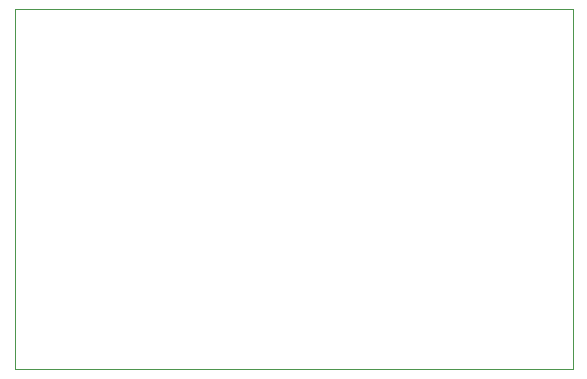
<source format=gm1>
G04 #@! TF.GenerationSoftware,KiCad,Pcbnew,5.0.2+dfsg1-1~bpo9+1*
G04 #@! TF.CreationDate,2019-04-18T11:56:18+02:00*
G04 #@! TF.ProjectId,MySNode,4d79534e-6f64-4652-9e6b-696361645f70,1.2*
G04 #@! TF.SameCoordinates,Original*
G04 #@! TF.FileFunction,Profile,NP*
%FSLAX46Y46*%
G04 Gerber Fmt 4.6, Leading zero omitted, Abs format (unit mm)*
G04 Created by KiCad (PCBNEW 5.0.2+dfsg1-1~bpo9+1) date jeu. 18 avril 2019 11:56:18 CEST*
%MOMM*%
%LPD*%
G01*
G04 APERTURE LIST*
%ADD10C,0.100000*%
G04 APERTURE END LIST*
D10*
X146812000Y-83820000D02*
X99568000Y-83820000D01*
X146812000Y-114300000D02*
X146812000Y-83820000D01*
X99568000Y-114300000D02*
X146812000Y-114300000D01*
X99568000Y-83820000D02*
X99568000Y-114300000D01*
M02*

</source>
